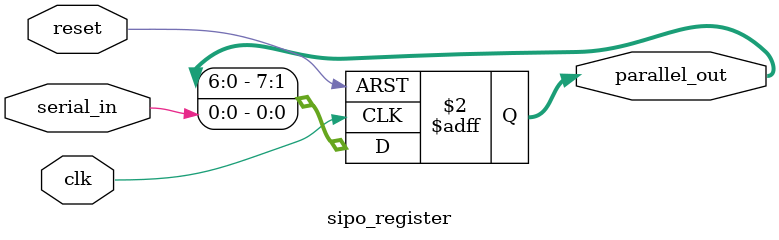
<source format=v>
module sipo_register #(
    parameter WIDTH = 8
) (
    input wire clk,          // Clock input
    input wire reset,        // Active-high reset
    input wire serial_in,    // Serial data input
    output reg [WIDTH-1:0] parallel_out  // Parallel data output
);

always @(posedge clk or posedge reset) begin
    if (reset) begin
        // Reset all bits to 0
        parallel_out <= {WIDTH{1'b0}};
    end else begin
        // Shift left and insert new bit at LSB
        parallel_out <= {parallel_out[WIDTH-2:0], serial_in};
    end
end

endmodule
</source>
